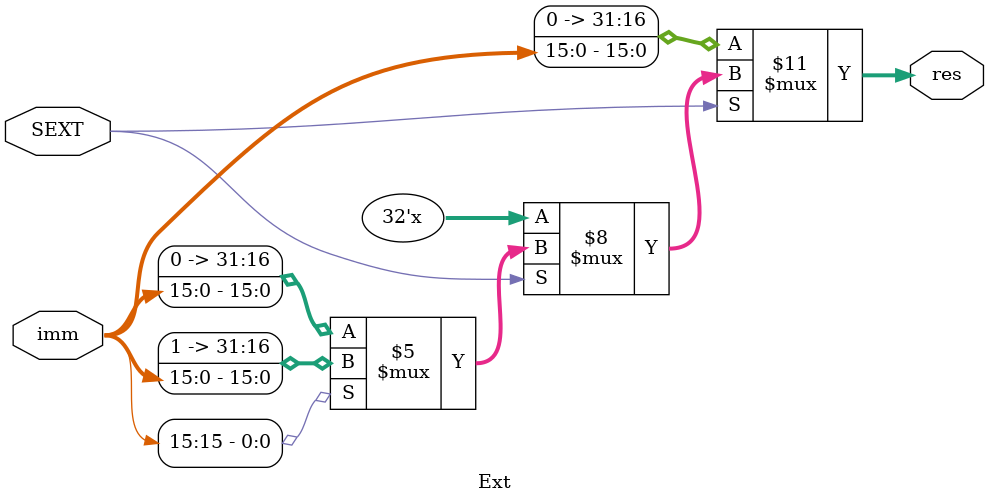
<source format=v>
module Ext(imm, SEXT, res);
input[15:0] imm;
input SEXT;
output reg [31:0] res;

always @(imm, SEXT) begin
	if(SEXT == 0)begin
		res = {16'b0000000000000000,imm};
	end
	else begin
		if (imm[15]==0) begin
			res = {16'b0000000000000000,imm};
		end
		else begin
			res = {16'b1111111111111111,imm};
		end
	end
end
endmodule
</source>
